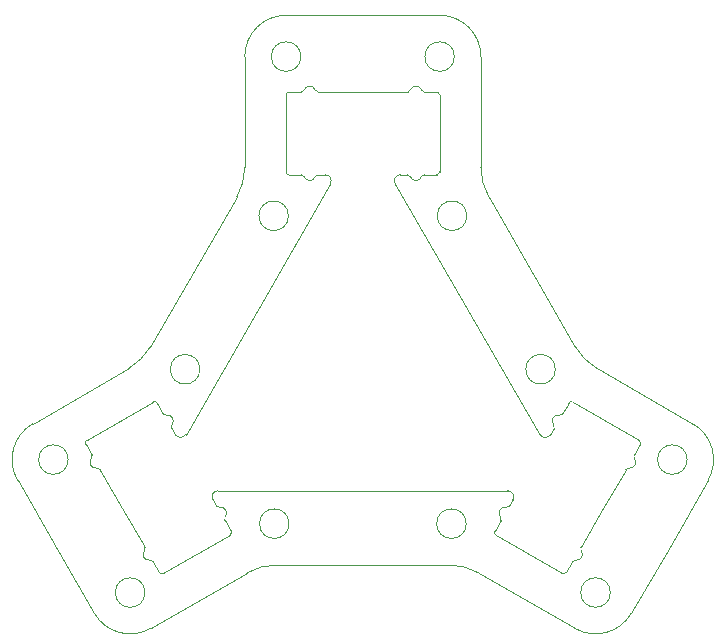
<source format=gm1>
G04 #@! TF.GenerationSoftware,KiCad,Pcbnew,5.1.9+dfsg1-1+deb11u1*
G04 #@! TF.CreationDate,2024-03-16T20:11:44+09:00*
G04 #@! TF.ProjectId,spacer,73706163-6572-42e6-9b69-6361645f7063,rev?*
G04 #@! TF.SameCoordinates,Original*
G04 #@! TF.FileFunction,Profile,NP*
%FSLAX46Y46*%
G04 Gerber Fmt 4.6, Leading zero omitted, Abs format (unit mm)*
G04 Created by KiCad (PCBNEW 5.1.9+dfsg1-1+deb11u1) date 2024-03-16 20:11:44*
%MOMM*%
%LPD*%
G01*
G04 APERTURE LIST*
G04 #@! TA.AperFunction,Profile*
%ADD10C,0.050000*%
G04 #@! TD*
G04 APERTURE END LIST*
D10*
X125750000Y-65000000D02*
G75*
G03*
X125750000Y-65000000I-1250000J0D01*
G01*
X126799040Y-78481310D02*
G75*
G03*
X126799040Y-78481310I-1250000J0D01*
G01*
X145449700Y-99120800D02*
G75*
G03*
X145449700Y-99120800I-1250000J0D01*
G01*
X134299000Y-91471700D02*
G75*
G03*
X134299000Y-91471700I-1250000J0D01*
G01*
X138949700Y-110379200D02*
G75*
G03*
X138949700Y-110379200I-1250000J0D01*
G01*
X126750000Y-104546999D02*
G75*
G03*
X126750000Y-104546999I-1250000J0D01*
G01*
X112750000Y-65000000D02*
G75*
G03*
X112750000Y-65000000I-1250000J0D01*
G01*
X111700960Y-78481310D02*
G75*
G03*
X111700960Y-78481310I-1250000J0D01*
G01*
X102988912Y-96999999D02*
G75*
G02*
X102122888Y-97000000I-433012J249999D01*
G01*
X115257590Y-75750000D02*
X102988900Y-97000000D01*
X114824570Y-75000000D02*
G75*
G02*
X115257583Y-75750000I0J-500000D01*
G01*
X114207110Y-75000000D02*
X114824570Y-75000000D01*
X113971407Y-75166668D02*
G75*
G02*
X114207110Y-75000000I235703J-83332D01*
G01*
X113971404Y-75166667D02*
G75*
G02*
X113028595Y-75166664I-471404J166667D01*
G01*
X112792890Y-74999999D02*
G75*
G02*
X113028593Y-75166666I0J-250001D01*
G01*
X111750000Y-75000000D02*
X112792890Y-75000000D01*
X111750000Y-75000000D02*
G75*
G02*
X111500000Y-74750000I0J250000D01*
G01*
X111500000Y-68250000D02*
X111500000Y-74750000D01*
X111500000Y-68250000D02*
G75*
G02*
X111750000Y-68000000I250000J0D01*
G01*
X112792890Y-68000000D02*
X111750000Y-68000000D01*
X113028592Y-67833333D02*
G75*
G02*
X112792890Y-68000000I-235702J83333D01*
G01*
X113028595Y-67833335D02*
G75*
G02*
X113971405Y-67833334I471405J-166665D01*
G01*
X114207111Y-68000000D02*
G75*
G02*
X113971408Y-67833333I-1J250000D01*
G01*
X118000000Y-68000000D02*
X114207110Y-68000000D01*
X121792890Y-68000000D02*
X118000000Y-68000000D01*
X122028592Y-67833333D02*
G75*
G02*
X121792890Y-68000000I-235702J83333D01*
G01*
X122028596Y-67833335D02*
G75*
G02*
X122971404Y-67833334I471404J-166665D01*
G01*
X123207110Y-68000001D02*
G75*
G02*
X122971407Y-67833333I0J250001D01*
G01*
X124250000Y-68000000D02*
X123207110Y-68000000D01*
X124250000Y-68000000D02*
G75*
G02*
X124500000Y-68250000I0J-250000D01*
G01*
X124500000Y-74750000D02*
X124500000Y-68250000D01*
X124500000Y-74750000D02*
G75*
G02*
X124250000Y-75000000I-250000J0D01*
G01*
X123207110Y-75000000D02*
X124250000Y-75000000D01*
X122971407Y-75166668D02*
G75*
G02*
X123207110Y-75000000I235703J-83332D01*
G01*
X122971405Y-75166668D02*
G75*
G02*
X122028594Y-75166664I-471405J166668D01*
G01*
X121792889Y-75000000D02*
G75*
G02*
X122028592Y-75166666I1J-250000D01*
G01*
X121175430Y-75000000D02*
X121792890Y-75000000D01*
X120742417Y-75750000D02*
G75*
G02*
X121175430Y-75000000I433013J250000D01*
G01*
X133011100Y-97000000D02*
X120742410Y-75750000D01*
X133877113Y-97000000D02*
G75*
G02*
X133011087Y-97000000I-433013J250000D01*
G01*
X133877100Y-97000000D02*
X134185900Y-96465300D01*
X134159420Y-96177843D02*
G75*
G02*
X134185906Y-96465300I-190020J-162457D01*
G01*
X134159362Y-96177817D02*
G75*
G02*
X134630764Y-95361318I380038J324917D01*
G01*
X134893006Y-95240501D02*
G75*
G02*
X134630816Y-95361290I-216506J125001D01*
G01*
X134893000Y-95240500D02*
X135414400Y-94337300D01*
X135414393Y-94337300D02*
G75*
G02*
X135755900Y-94245793I216507J-125000D01*
G01*
X135755900Y-94245800D02*
X141385100Y-97495800D01*
X141385100Y-97495794D02*
G75*
G02*
X141476606Y-97837300I-125000J-216506D01*
G01*
X141476600Y-97837300D02*
X140955200Y-98740500D01*
X140981680Y-99027959D02*
G75*
G02*
X140955193Y-98740500I190020J162459D01*
G01*
X140981640Y-99027985D02*
G75*
G02*
X140510233Y-99844481I-380040J-324915D01*
G01*
X140247993Y-99965300D02*
G75*
G02*
X140510182Y-99844509I216507J-125000D01*
G01*
X140248000Y-99965300D02*
X138351600Y-103250000D01*
X138351600Y-103250000D02*
X136455200Y-106534700D01*
X136481680Y-106822159D02*
G75*
G02*
X136455193Y-106534700I190020J162459D01*
G01*
X136481640Y-106822185D02*
G75*
G02*
X136010233Y-107638681I-380040J-324915D01*
G01*
X135747993Y-107759500D02*
G75*
G02*
X136010182Y-107638709I216507J-125000D01*
G01*
X135748000Y-107759500D02*
X135226600Y-108662700D01*
X135226606Y-108662700D02*
G75*
G02*
X134885100Y-108754206I-216506J125000D01*
G01*
X134885100Y-108754200D02*
X129255900Y-105504200D01*
X129255900Y-105504207D02*
G75*
G02*
X129164393Y-105162700I125000J216507D01*
G01*
X129164400Y-105162700D02*
X129685900Y-104259500D01*
X129659420Y-103972043D02*
G75*
G02*
X129685906Y-104259500I-190020J-162457D01*
G01*
X129659362Y-103972017D02*
G75*
G02*
X130130764Y-103155518I380038J324917D01*
G01*
X130393006Y-103034701D02*
G75*
G02*
X130130816Y-103155490I-216506J125001D01*
G01*
X130393000Y-103034700D02*
X130701700Y-102500000D01*
X130268700Y-101750001D02*
G75*
G02*
X130701712Y-102500000I0J-499999D01*
G01*
X105731300Y-101750000D02*
X130268700Y-101750000D01*
X105298287Y-102500000D02*
G75*
G02*
X105731300Y-101750000I433013J250000D01*
G01*
X105298300Y-102500000D02*
X105607000Y-103034700D01*
X105869183Y-103155491D02*
G75*
G02*
X105606994Y-103034700I-45683J245791D01*
G01*
X105869233Y-103155519D02*
G75*
G02*
X106340640Y-103972015I91367J-491581D01*
G01*
X106314093Y-104259499D02*
G75*
G02*
X106340581Y-103972041I216507J124999D01*
G01*
X106314100Y-104259500D02*
X106835600Y-105162700D01*
X106835606Y-105162700D02*
G75*
G02*
X106744100Y-105504206I-216506J-125000D01*
G01*
X106744100Y-105504200D02*
X101114900Y-108754200D01*
X101114900Y-108754206D02*
G75*
G02*
X100773394Y-108662700I-125000J216506D01*
G01*
X100773400Y-108662700D02*
X100252000Y-107759500D01*
X99989817Y-107638708D02*
G75*
G02*
X100252007Y-107759500I45683J-245792D01*
G01*
X99989764Y-107638682D02*
G75*
G02*
X99518362Y-106822183I-91364J491582D01*
G01*
X99544806Y-106534700D02*
G75*
G02*
X99518320Y-106822157I-216506J-125000D01*
G01*
X99544800Y-106534700D02*
X97648400Y-103250000D01*
X97648400Y-103250000D02*
X95752000Y-99965300D01*
X95489817Y-99844508D02*
G75*
G02*
X95752007Y-99965300I45683J-245792D01*
G01*
X95489764Y-99844482D02*
G75*
G02*
X95018362Y-99027983I-91364J491582D01*
G01*
X95044806Y-98740500D02*
G75*
G02*
X95018320Y-99027957I-216506J-125000D01*
G01*
X95044800Y-98740500D02*
X94523400Y-97837300D01*
X94523393Y-97837300D02*
G75*
G02*
X94614900Y-97495793I216507J125000D01*
G01*
X94614900Y-97495800D02*
X100244100Y-94245800D01*
X100244100Y-94245793D02*
G75*
G02*
X100585607Y-94337300I125000J-216507D01*
G01*
X100585600Y-94337300D02*
X101107000Y-95240500D01*
X101369183Y-95361291D02*
G75*
G02*
X101106994Y-95240500I-45683J245791D01*
G01*
X101369233Y-95361319D02*
G75*
G02*
X101840640Y-96177815I91367J-491581D01*
G01*
X101814093Y-96465299D02*
G75*
G02*
X101840581Y-96177841I216507J124999D01*
G01*
X101814100Y-96465300D02*
X102122900Y-97000000D01*
X111750000Y-104546999D02*
G75*
G03*
X111750000Y-104546999I-1250000J0D01*
G01*
X104201000Y-91471700D02*
G75*
G03*
X104201000Y-91471700I-1250000J0D01*
G01*
X93050300Y-99120800D02*
G75*
G03*
X93050300Y-99120800I-1250000J0D01*
G01*
X99550300Y-110379200D02*
G75*
G03*
X99550300Y-110379200I-1250000J0D01*
G01*
X125320510Y-108047000D02*
X110679490Y-108047000D01*
X125320510Y-108046999D02*
G75*
G02*
X127820510Y-108716872I0J-5000001D01*
G01*
X127820510Y-108716900D02*
X135949700Y-113410300D01*
X140730788Y-112129200D02*
G75*
G02*
X135949700Y-113410288I-3031088J1750000D01*
G01*
X140730800Y-112129200D02*
X143980800Y-106500000D01*
X147230800Y-100870800D02*
X143980800Y-106500000D01*
X145949700Y-96089712D02*
G75*
G02*
X147230788Y-100870800I-1750000J-3031088D01*
G01*
X145949700Y-96089700D02*
X137820500Y-91396400D01*
X137820499Y-91396328D02*
G75*
G02*
X135990372Y-89566200I2500001J4330128D01*
G01*
X128669900Y-76886750D02*
X135990400Y-89566200D01*
X128669872Y-76886749D02*
G75*
G02*
X128000000Y-74386749I4330128J2499999D01*
G01*
X128000000Y-74386750D02*
X128000000Y-65000000D01*
X124500001Y-61500000D02*
G75*
G02*
X128000000Y-65000001I-1J-3500000D01*
G01*
X124500000Y-61500000D02*
X118000000Y-61500000D01*
X111500000Y-61500000D02*
X118000000Y-61500000D01*
X108000000Y-65000000D02*
G75*
G02*
X111500000Y-61500000I3500000J0D01*
G01*
X108000000Y-74386750D02*
X108000000Y-65000000D01*
X108000000Y-74386749D02*
G75*
G02*
X107330128Y-76886749I-5000000J-1D01*
G01*
X107330100Y-76886750D02*
X100009600Y-89566200D01*
X100009627Y-89566200D02*
G75*
G02*
X98179500Y-91396327I-4330127J2500000D01*
G01*
X98179500Y-91396400D02*
X90050300Y-96089700D01*
X88769211Y-100870800D02*
G75*
G02*
X90050300Y-96089711I3031089J1750000D01*
G01*
X88769200Y-100870800D02*
X92019200Y-106500000D01*
X95269200Y-112129200D02*
X92019200Y-106500000D01*
X100050300Y-113410288D02*
G75*
G02*
X95269212Y-112129200I-1750000J3031088D01*
G01*
X108179490Y-108716900D02*
X100050300Y-113410300D01*
X108179490Y-108716873D02*
G75*
G02*
X110679490Y-108047000I2500000J-4330127D01*
G01*
M02*

</source>
